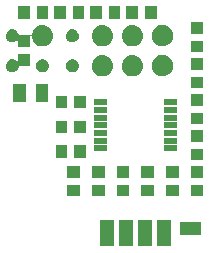
<source format=gts>
%TF.GenerationSoftware,KiCad,Pcbnew,(5.1.2-1)-1*%
%TF.CreationDate,2020-12-17T17:00:40+01:00*%
%TF.ProjectId,n64_rgb_amp,6e36345f-7267-4625-9f61-6d702e6b6963,1.1*%
%TF.SameCoordinates,Original*%
%TF.FileFunction,Soldermask,Top*%
%TF.FilePolarity,Negative*%
%FSLAX46Y46*%
G04 Gerber Fmt 4.6, Leading zero omitted, Abs format (unit mm)*
G04 Created by KiCad (PCBNEW (5.1.2-1)-1) date 2020-12-17 17:00:40*
%MOMM*%
%LPD*%
G04 APERTURE LIST*
%ADD10C,0.150000*%
G04 APERTURE END LIST*
D10*
G36*
X154400800Y-115595800D02*
G01*
X153249200Y-115595800D01*
X153249200Y-113394200D01*
X154400800Y-113394200D01*
X154400800Y-115595800D01*
X154400800Y-115595800D01*
G37*
G36*
X152800800Y-115595800D02*
G01*
X151649200Y-115595800D01*
X151649200Y-113394200D01*
X152800800Y-113394200D01*
X152800800Y-115595800D01*
X152800800Y-115595800D01*
G37*
G36*
X151200800Y-115595800D02*
G01*
X150049200Y-115595800D01*
X150049200Y-113394200D01*
X151200800Y-113394200D01*
X151200800Y-115595800D01*
X151200800Y-115595800D01*
G37*
G36*
X149600800Y-115595800D02*
G01*
X148449200Y-115595800D01*
X148449200Y-113394200D01*
X149600800Y-113394200D01*
X149600800Y-115595800D01*
X149600800Y-115595800D01*
G37*
G36*
X156965800Y-114688300D02*
G01*
X155214200Y-114688300D01*
X155214200Y-113586700D01*
X156965800Y-113586700D01*
X156965800Y-114688300D01*
X156965800Y-114688300D01*
G37*
G36*
X150898100Y-111383100D02*
G01*
X149846500Y-111383100D01*
X149846500Y-110406500D01*
X150898100Y-110406500D01*
X150898100Y-111383100D01*
X150898100Y-111383100D01*
G37*
G36*
X152988100Y-111383100D02*
G01*
X151936500Y-111383100D01*
X151936500Y-110406500D01*
X152988100Y-110406500D01*
X152988100Y-111383100D01*
X152988100Y-111383100D01*
G37*
G36*
X148808100Y-111383100D02*
G01*
X147756500Y-111383100D01*
X147756500Y-110406500D01*
X148808100Y-110406500D01*
X148808100Y-111383100D01*
X148808100Y-111383100D01*
G37*
G36*
X146718100Y-111383100D02*
G01*
X145666500Y-111383100D01*
X145666500Y-110406500D01*
X146718100Y-110406500D01*
X146718100Y-111383100D01*
X146718100Y-111383100D01*
G37*
G36*
X157168100Y-111383100D02*
G01*
X156116500Y-111383100D01*
X156116500Y-110406500D01*
X157168100Y-110406500D01*
X157168100Y-111383100D01*
X157168100Y-111383100D01*
G37*
G36*
X155078100Y-111383100D02*
G01*
X154026500Y-111383100D01*
X154026500Y-110406500D01*
X155078100Y-110406500D01*
X155078100Y-111383100D01*
X155078100Y-111383100D01*
G37*
G36*
X155078100Y-109808100D02*
G01*
X154026500Y-109808100D01*
X154026500Y-108831500D01*
X155078100Y-108831500D01*
X155078100Y-109808100D01*
X155078100Y-109808100D01*
G37*
G36*
X152988100Y-109808100D02*
G01*
X151936500Y-109808100D01*
X151936500Y-108831500D01*
X152988100Y-108831500D01*
X152988100Y-109808100D01*
X152988100Y-109808100D01*
G37*
G36*
X150898100Y-109808100D02*
G01*
X149846500Y-109808100D01*
X149846500Y-108831500D01*
X150898100Y-108831500D01*
X150898100Y-109808100D01*
X150898100Y-109808100D01*
G37*
G36*
X148808100Y-109808100D02*
G01*
X147756500Y-109808100D01*
X147756500Y-108831500D01*
X148808100Y-108831500D01*
X148808100Y-109808100D01*
X148808100Y-109808100D01*
G37*
G36*
X146718100Y-109808100D02*
G01*
X145666500Y-109808100D01*
X145666500Y-108831500D01*
X146718100Y-108831500D01*
X146718100Y-109808100D01*
X146718100Y-109808100D01*
G37*
G36*
X157168100Y-109808100D02*
G01*
X156116500Y-109808100D01*
X156116500Y-108831500D01*
X157168100Y-108831500D01*
X157168100Y-109808100D01*
X157168100Y-109808100D01*
G37*
G36*
X157168100Y-108333100D02*
G01*
X156116500Y-108333100D01*
X156116500Y-107356500D01*
X157168100Y-107356500D01*
X157168100Y-108333100D01*
X157168100Y-108333100D01*
G37*
G36*
X147228500Y-108118100D02*
G01*
X146251900Y-108118100D01*
X146251900Y-107066500D01*
X147228500Y-107066500D01*
X147228500Y-108118100D01*
X147228500Y-108118100D01*
G37*
G36*
X145653500Y-108118100D02*
G01*
X144676900Y-108118100D01*
X144676900Y-107066500D01*
X145653500Y-107066500D01*
X145653500Y-108118100D01*
X145653500Y-108118100D01*
G37*
G36*
X149005800Y-107575800D02*
G01*
X147904200Y-107575800D01*
X147904200Y-107074200D01*
X149005800Y-107074200D01*
X149005800Y-107575800D01*
X149005800Y-107575800D01*
G37*
G36*
X154905800Y-107575800D02*
G01*
X153804200Y-107575800D01*
X153804200Y-107074200D01*
X154905800Y-107074200D01*
X154905800Y-107575800D01*
X154905800Y-107575800D01*
G37*
G36*
X149005800Y-106925800D02*
G01*
X147904200Y-106925800D01*
X147904200Y-106424200D01*
X149005800Y-106424200D01*
X149005800Y-106925800D01*
X149005800Y-106925800D01*
G37*
G36*
X154905800Y-106925800D02*
G01*
X153804200Y-106925800D01*
X153804200Y-106424200D01*
X154905800Y-106424200D01*
X154905800Y-106925800D01*
X154905800Y-106925800D01*
G37*
G36*
X157168100Y-106758100D02*
G01*
X156116500Y-106758100D01*
X156116500Y-105781500D01*
X157168100Y-105781500D01*
X157168100Y-106758100D01*
X157168100Y-106758100D01*
G37*
G36*
X149005800Y-106275800D02*
G01*
X147904200Y-106275800D01*
X147904200Y-105774200D01*
X149005800Y-105774200D01*
X149005800Y-106275800D01*
X149005800Y-106275800D01*
G37*
G36*
X154905800Y-106275800D02*
G01*
X153804200Y-106275800D01*
X153804200Y-105774200D01*
X154905800Y-105774200D01*
X154905800Y-106275800D01*
X154905800Y-106275800D01*
G37*
G36*
X145653500Y-106028100D02*
G01*
X144676900Y-106028100D01*
X144676900Y-104976500D01*
X145653500Y-104976500D01*
X145653500Y-106028100D01*
X145653500Y-106028100D01*
G37*
G36*
X147228500Y-106028100D02*
G01*
X146251900Y-106028100D01*
X146251900Y-104976500D01*
X147228500Y-104976500D01*
X147228500Y-106028100D01*
X147228500Y-106028100D01*
G37*
G36*
X149005800Y-105625800D02*
G01*
X147904200Y-105625800D01*
X147904200Y-105124200D01*
X149005800Y-105124200D01*
X149005800Y-105625800D01*
X149005800Y-105625800D01*
G37*
G36*
X154905800Y-105625800D02*
G01*
X153804200Y-105625800D01*
X153804200Y-105124200D01*
X154905800Y-105124200D01*
X154905800Y-105625800D01*
X154905800Y-105625800D01*
G37*
G36*
X157168100Y-105283100D02*
G01*
X156116500Y-105283100D01*
X156116500Y-104306500D01*
X157168100Y-104306500D01*
X157168100Y-105283100D01*
X157168100Y-105283100D01*
G37*
G36*
X149005800Y-104975800D02*
G01*
X147904200Y-104975800D01*
X147904200Y-104474200D01*
X149005800Y-104474200D01*
X149005800Y-104975800D01*
X149005800Y-104975800D01*
G37*
G36*
X154905800Y-104975800D02*
G01*
X153804200Y-104975800D01*
X153804200Y-104474200D01*
X154905800Y-104474200D01*
X154905800Y-104975800D01*
X154905800Y-104975800D01*
G37*
G36*
X149005800Y-104325800D02*
G01*
X147904200Y-104325800D01*
X147904200Y-103824200D01*
X149005800Y-103824200D01*
X149005800Y-104325800D01*
X149005800Y-104325800D01*
G37*
G36*
X154905800Y-104325800D02*
G01*
X153804200Y-104325800D01*
X153804200Y-103824200D01*
X154905800Y-103824200D01*
X154905800Y-104325800D01*
X154905800Y-104325800D01*
G37*
G36*
X145653500Y-103938100D02*
G01*
X144676900Y-103938100D01*
X144676900Y-102886500D01*
X145653500Y-102886500D01*
X145653500Y-103938100D01*
X145653500Y-103938100D01*
G37*
G36*
X147228500Y-103938100D02*
G01*
X146251900Y-103938100D01*
X146251900Y-102886500D01*
X147228500Y-102886500D01*
X147228500Y-103938100D01*
X147228500Y-103938100D01*
G37*
G36*
X157168100Y-103708100D02*
G01*
X156116500Y-103708100D01*
X156116500Y-102731500D01*
X157168100Y-102731500D01*
X157168100Y-103708100D01*
X157168100Y-103708100D01*
G37*
G36*
X154905800Y-103675800D02*
G01*
X153804200Y-103675800D01*
X153804200Y-103174200D01*
X154905800Y-103174200D01*
X154905800Y-103675800D01*
X154905800Y-103675800D01*
G37*
G36*
X149005800Y-103675800D02*
G01*
X147904200Y-103675800D01*
X147904200Y-103174200D01*
X149005800Y-103174200D01*
X149005800Y-103675800D01*
X149005800Y-103675800D01*
G37*
G36*
X144043300Y-103401800D02*
G01*
X142966700Y-103401800D01*
X142966700Y-101900200D01*
X144043300Y-101900200D01*
X144043300Y-103401800D01*
X144043300Y-103401800D01*
G37*
G36*
X142168300Y-103401800D02*
G01*
X141091700Y-103401800D01*
X141091700Y-101900200D01*
X142168300Y-101900200D01*
X142168300Y-103401800D01*
X142168300Y-103401800D01*
G37*
G36*
X157168100Y-102233100D02*
G01*
X156116500Y-102233100D01*
X156116500Y-101256500D01*
X157168100Y-101256500D01*
X157168100Y-102233100D01*
X157168100Y-102233100D01*
G37*
G36*
X153837229Y-99432854D02*
G01*
X153967757Y-99458817D01*
X154131690Y-99526721D01*
X154279222Y-99625299D01*
X154279224Y-99625301D01*
X154279227Y-99625303D01*
X154404697Y-99750773D01*
X154404699Y-99750776D01*
X154404701Y-99750778D01*
X154503279Y-99898310D01*
X154571183Y-100062243D01*
X154588323Y-100148416D01*
X154605800Y-100236279D01*
X154605800Y-100413721D01*
X154601970Y-100432976D01*
X154571183Y-100587757D01*
X154503279Y-100751690D01*
X154404701Y-100899222D01*
X154404699Y-100899224D01*
X154404697Y-100899227D01*
X154279227Y-101024697D01*
X154279224Y-101024699D01*
X154279222Y-101024701D01*
X154131690Y-101123279D01*
X153967757Y-101191183D01*
X153859248Y-101212766D01*
X153793721Y-101225800D01*
X153616279Y-101225800D01*
X153550752Y-101212766D01*
X153442243Y-101191183D01*
X153278310Y-101123279D01*
X153130778Y-101024701D01*
X153130776Y-101024699D01*
X153130773Y-101024697D01*
X153005303Y-100899227D01*
X153005301Y-100899224D01*
X153005299Y-100899222D01*
X152906721Y-100751690D01*
X152838817Y-100587757D01*
X152808030Y-100432976D01*
X152804200Y-100413721D01*
X152804200Y-100236279D01*
X152821677Y-100148416D01*
X152838817Y-100062243D01*
X152906721Y-99898310D01*
X153005299Y-99750778D01*
X153005301Y-99750776D01*
X153005303Y-99750773D01*
X153130773Y-99625303D01*
X153130776Y-99625301D01*
X153130778Y-99625299D01*
X153278310Y-99526721D01*
X153442243Y-99458817D01*
X153572771Y-99432854D01*
X153616279Y-99424200D01*
X153793721Y-99424200D01*
X153837229Y-99432854D01*
X153837229Y-99432854D01*
G37*
G36*
X151341588Y-99437234D02*
G01*
X151511389Y-99488743D01*
X151511391Y-99488744D01*
X151667881Y-99572390D01*
X151805044Y-99684956D01*
X151917610Y-99822119D01*
X151971399Y-99922750D01*
X152001257Y-99978611D01*
X152052766Y-100148412D01*
X152070158Y-100325000D01*
X152052766Y-100501588D01*
X152013058Y-100632486D01*
X152001256Y-100671391D01*
X151917610Y-100827881D01*
X151805044Y-100965044D01*
X151667881Y-101077610D01*
X151667879Y-101077611D01*
X151511389Y-101161257D01*
X151341588Y-101212766D01*
X151209249Y-101225800D01*
X151120751Y-101225800D01*
X150988412Y-101212766D01*
X150818611Y-101161257D01*
X150662121Y-101077611D01*
X150662119Y-101077610D01*
X150524956Y-100965044D01*
X150412390Y-100827881D01*
X150328744Y-100671391D01*
X150316942Y-100632486D01*
X150277234Y-100501588D01*
X150259842Y-100325000D01*
X150277234Y-100148412D01*
X150328743Y-99978611D01*
X150358601Y-99922750D01*
X150412390Y-99822119D01*
X150524956Y-99684956D01*
X150662119Y-99572390D01*
X150818609Y-99488744D01*
X150818611Y-99488743D01*
X150988412Y-99437234D01*
X151120751Y-99424200D01*
X151209249Y-99424200D01*
X151341588Y-99437234D01*
X151341588Y-99437234D01*
G37*
G36*
X148801588Y-99437234D02*
G01*
X148971389Y-99488743D01*
X148971391Y-99488744D01*
X149127881Y-99572390D01*
X149265044Y-99684956D01*
X149377610Y-99822119D01*
X149431399Y-99922750D01*
X149461257Y-99978611D01*
X149512766Y-100148412D01*
X149530158Y-100325000D01*
X149512766Y-100501588D01*
X149473058Y-100632486D01*
X149461256Y-100671391D01*
X149377610Y-100827881D01*
X149265044Y-100965044D01*
X149127881Y-101077610D01*
X149127879Y-101077611D01*
X148971389Y-101161257D01*
X148801588Y-101212766D01*
X148669249Y-101225800D01*
X148580751Y-101225800D01*
X148448412Y-101212766D01*
X148278611Y-101161257D01*
X148122121Y-101077611D01*
X148122119Y-101077610D01*
X147984956Y-100965044D01*
X147872390Y-100827881D01*
X147788744Y-100671391D01*
X147776942Y-100632486D01*
X147737234Y-100501588D01*
X147719842Y-100325000D01*
X147737234Y-100148412D01*
X147788743Y-99978611D01*
X147818601Y-99922750D01*
X147872390Y-99822119D01*
X147984956Y-99684956D01*
X148122119Y-99572390D01*
X148278609Y-99488744D01*
X148278611Y-99488743D01*
X148448412Y-99437234D01*
X148580751Y-99424200D01*
X148669249Y-99424200D01*
X148801588Y-99437234D01*
X148801588Y-99437234D01*
G37*
G36*
X142523100Y-100318100D02*
G01*
X141619299Y-100318100D01*
X141606911Y-100319320D01*
X141594999Y-100322934D01*
X141584021Y-100328802D01*
X141574398Y-100336698D01*
X141566502Y-100346321D01*
X141560634Y-100357299D01*
X141557020Y-100369211D01*
X141556259Y-100376943D01*
X141534633Y-100485664D01*
X141513451Y-100536802D01*
X141493113Y-100585902D01*
X141432834Y-100676114D01*
X141356114Y-100752834D01*
X141265902Y-100813113D01*
X141243193Y-100822519D01*
X141165664Y-100854633D01*
X141099317Y-100867830D01*
X141059249Y-100875800D01*
X140950751Y-100875800D01*
X140910683Y-100867830D01*
X140844336Y-100854633D01*
X140766807Y-100822519D01*
X140744098Y-100813113D01*
X140653886Y-100752834D01*
X140577166Y-100676114D01*
X140516887Y-100585902D01*
X140496549Y-100536802D01*
X140475367Y-100485664D01*
X140454200Y-100379248D01*
X140454200Y-100270752D01*
X140475367Y-100164336D01*
X140516886Y-100064101D01*
X140516887Y-100064098D01*
X140577166Y-99973886D01*
X140653886Y-99897166D01*
X140744098Y-99836887D01*
X140779747Y-99822121D01*
X140844336Y-99795367D01*
X140915280Y-99781256D01*
X140950751Y-99774200D01*
X141059249Y-99774200D01*
X141094720Y-99781256D01*
X141165664Y-99795367D01*
X141230253Y-99822121D01*
X141265902Y-99836887D01*
X141307692Y-99864811D01*
X141356113Y-99897165D01*
X141363100Y-99904152D01*
X141372723Y-99912048D01*
X141383701Y-99917916D01*
X141395613Y-99921530D01*
X141408001Y-99922750D01*
X141420389Y-99921530D01*
X141432301Y-99917916D01*
X141443279Y-99912048D01*
X141452902Y-99904152D01*
X141460798Y-99894529D01*
X141466666Y-99883551D01*
X141470280Y-99871639D01*
X141471500Y-99859251D01*
X141471500Y-99341500D01*
X142523100Y-99341500D01*
X142523100Y-100318100D01*
X142523100Y-100318100D01*
G37*
G36*
X146132287Y-99776193D02*
G01*
X146192976Y-99782170D01*
X146296802Y-99813665D01*
X146392489Y-99864811D01*
X146476359Y-99933641D01*
X146545189Y-100017511D01*
X146596335Y-100113198D01*
X146627830Y-100217024D01*
X146638465Y-100325000D01*
X146627830Y-100432976D01*
X146596335Y-100536802D01*
X146545189Y-100632489D01*
X146476359Y-100716359D01*
X146392489Y-100785189D01*
X146296802Y-100836335D01*
X146192976Y-100867830D01*
X146132287Y-100873807D01*
X146112058Y-100875800D01*
X146057942Y-100875800D01*
X146037713Y-100873807D01*
X145977024Y-100867830D01*
X145873198Y-100836335D01*
X145777511Y-100785189D01*
X145693641Y-100716359D01*
X145624811Y-100632489D01*
X145573665Y-100536802D01*
X145542170Y-100432976D01*
X145531535Y-100325000D01*
X145542170Y-100217024D01*
X145573665Y-100113198D01*
X145624811Y-100017511D01*
X145693641Y-99933641D01*
X145777511Y-99864811D01*
X145873198Y-99813665D01*
X145977024Y-99782170D01*
X146037713Y-99776193D01*
X146057942Y-99774200D01*
X146112058Y-99774200D01*
X146132287Y-99776193D01*
X146132287Y-99776193D01*
G37*
G36*
X143592287Y-99776193D02*
G01*
X143652976Y-99782170D01*
X143756802Y-99813665D01*
X143852489Y-99864811D01*
X143936359Y-99933641D01*
X144005189Y-100017511D01*
X144056335Y-100113198D01*
X144087830Y-100217024D01*
X144098465Y-100325000D01*
X144087830Y-100432976D01*
X144056335Y-100536802D01*
X144005189Y-100632489D01*
X143936359Y-100716359D01*
X143852489Y-100785189D01*
X143756802Y-100836335D01*
X143652976Y-100867830D01*
X143592287Y-100873807D01*
X143572058Y-100875800D01*
X143517942Y-100875800D01*
X143497713Y-100873807D01*
X143437024Y-100867830D01*
X143333198Y-100836335D01*
X143237511Y-100785189D01*
X143153641Y-100716359D01*
X143084811Y-100632489D01*
X143033665Y-100536802D01*
X143002170Y-100432976D01*
X142991535Y-100325000D01*
X143002170Y-100217024D01*
X143033665Y-100113198D01*
X143084811Y-100017511D01*
X143153641Y-99933641D01*
X143237511Y-99864811D01*
X143333198Y-99813665D01*
X143437024Y-99782170D01*
X143497713Y-99776193D01*
X143517942Y-99774200D01*
X143572058Y-99774200D01*
X143592287Y-99776193D01*
X143592287Y-99776193D01*
G37*
G36*
X157168100Y-100658100D02*
G01*
X156116500Y-100658100D01*
X156116500Y-99681500D01*
X157168100Y-99681500D01*
X157168100Y-100658100D01*
X157168100Y-100658100D01*
G37*
G36*
X157168100Y-99183100D02*
G01*
X156116500Y-99183100D01*
X156116500Y-98206500D01*
X157168100Y-98206500D01*
X157168100Y-99183100D01*
X157168100Y-99183100D01*
G37*
G36*
X143721588Y-96897234D02*
G01*
X143891389Y-96948743D01*
X143891391Y-96948744D01*
X144047881Y-97032390D01*
X144185044Y-97144956D01*
X144297610Y-97282119D01*
X144297611Y-97282121D01*
X144381257Y-97438611D01*
X144432766Y-97608412D01*
X144450158Y-97785000D01*
X144432766Y-97961588D01*
X144381257Y-98131389D01*
X144381256Y-98131391D01*
X144297610Y-98287881D01*
X144185044Y-98425044D01*
X144047881Y-98537610D01*
X144047879Y-98537611D01*
X143891389Y-98621257D01*
X143721588Y-98672766D01*
X143589249Y-98685800D01*
X143500751Y-98685800D01*
X143368412Y-98672766D01*
X143198611Y-98621257D01*
X143042121Y-98537611D01*
X143042119Y-98537610D01*
X142904956Y-98425044D01*
X142792390Y-98287881D01*
X142708744Y-98131391D01*
X142708743Y-98131389D01*
X142657234Y-97961588D01*
X142649792Y-97886026D01*
X142647364Y-97873817D01*
X142642600Y-97862317D01*
X142635684Y-97851967D01*
X142626882Y-97843165D01*
X142616532Y-97836249D01*
X142605032Y-97831485D01*
X142592823Y-97829057D01*
X142580375Y-97829057D01*
X142568166Y-97831485D01*
X142556666Y-97836249D01*
X142546316Y-97843165D01*
X142537514Y-97851967D01*
X142530598Y-97862317D01*
X142525834Y-97873817D01*
X142523406Y-97886026D01*
X142523100Y-97892250D01*
X142523100Y-98743100D01*
X141471500Y-98743100D01*
X141471500Y-98250749D01*
X141470280Y-98238361D01*
X141466666Y-98226449D01*
X141460798Y-98215471D01*
X141452902Y-98205848D01*
X141443279Y-98197952D01*
X141432301Y-98192084D01*
X141420389Y-98188470D01*
X141408001Y-98187250D01*
X141395613Y-98188470D01*
X141383701Y-98192084D01*
X141372723Y-98197952D01*
X141363100Y-98205848D01*
X141356114Y-98212834D01*
X141265902Y-98273113D01*
X141243193Y-98282519D01*
X141165664Y-98314633D01*
X141094720Y-98328744D01*
X141059249Y-98335800D01*
X140950751Y-98335800D01*
X140915280Y-98328744D01*
X140844336Y-98314633D01*
X140766807Y-98282519D01*
X140744098Y-98273113D01*
X140653886Y-98212834D01*
X140577166Y-98136114D01*
X140516887Y-98045902D01*
X140507481Y-98023193D01*
X140475367Y-97945664D01*
X140454200Y-97839248D01*
X140454200Y-97730752D01*
X140475367Y-97624336D01*
X140516886Y-97524101D01*
X140516887Y-97524098D01*
X140577166Y-97433886D01*
X140653886Y-97357166D01*
X140744098Y-97296887D01*
X140779747Y-97282121D01*
X140844336Y-97255367D01*
X140915280Y-97241256D01*
X140950751Y-97234200D01*
X141059249Y-97234200D01*
X141094720Y-97241256D01*
X141165664Y-97255367D01*
X141230253Y-97282121D01*
X141265902Y-97296887D01*
X141356114Y-97357166D01*
X141432834Y-97433886D01*
X141493113Y-97524098D01*
X141493114Y-97524101D01*
X141534633Y-97624336D01*
X141552744Y-97715389D01*
X141556358Y-97727301D01*
X141562225Y-97738279D01*
X141570122Y-97747901D01*
X141579745Y-97755798D01*
X141590723Y-97761666D01*
X141602635Y-97765280D01*
X141615023Y-97766500D01*
X142584112Y-97766500D01*
X142596500Y-97765280D01*
X142608412Y-97761666D01*
X142619390Y-97755798D01*
X142629013Y-97747902D01*
X142636909Y-97738279D01*
X142642777Y-97727301D01*
X142646391Y-97715389D01*
X142647305Y-97709225D01*
X142648580Y-97696279D01*
X142657234Y-97608412D01*
X142708743Y-97438611D01*
X142792389Y-97282121D01*
X142792390Y-97282119D01*
X142904956Y-97144956D01*
X143042119Y-97032390D01*
X143198609Y-96948744D01*
X143198611Y-96948743D01*
X143368412Y-96897234D01*
X143500751Y-96884200D01*
X143589249Y-96884200D01*
X143721588Y-96897234D01*
X143721588Y-96897234D01*
G37*
G36*
X153837229Y-96892854D02*
G01*
X153967757Y-96918817D01*
X154131690Y-96986721D01*
X154279222Y-97085299D01*
X154279224Y-97085301D01*
X154279227Y-97085303D01*
X154404697Y-97210773D01*
X154404699Y-97210776D01*
X154404701Y-97210778D01*
X154503279Y-97358310D01*
X154571183Y-97522243D01*
X154605800Y-97696280D01*
X154605800Y-97873720D01*
X154571183Y-98047757D01*
X154503279Y-98211690D01*
X154404701Y-98359222D01*
X154404699Y-98359224D01*
X154404697Y-98359227D01*
X154279227Y-98484697D01*
X154279224Y-98484699D01*
X154279222Y-98484701D01*
X154131690Y-98583279D01*
X153967757Y-98651183D01*
X153859248Y-98672766D01*
X153793721Y-98685800D01*
X153616279Y-98685800D01*
X153550752Y-98672766D01*
X153442243Y-98651183D01*
X153278310Y-98583279D01*
X153130778Y-98484701D01*
X153130776Y-98484699D01*
X153130773Y-98484697D01*
X153005303Y-98359227D01*
X153005301Y-98359224D01*
X153005299Y-98359222D01*
X152906721Y-98211690D01*
X152838817Y-98047757D01*
X152804200Y-97873720D01*
X152804200Y-97696280D01*
X152838817Y-97522243D01*
X152906721Y-97358310D01*
X153005299Y-97210778D01*
X153005301Y-97210776D01*
X153005303Y-97210773D01*
X153130773Y-97085303D01*
X153130776Y-97085301D01*
X153130778Y-97085299D01*
X153278310Y-96986721D01*
X153442243Y-96918817D01*
X153572771Y-96892854D01*
X153616279Y-96884200D01*
X153793721Y-96884200D01*
X153837229Y-96892854D01*
X153837229Y-96892854D01*
G37*
G36*
X151341588Y-96897234D02*
G01*
X151511389Y-96948743D01*
X151511391Y-96948744D01*
X151667881Y-97032390D01*
X151805044Y-97144956D01*
X151917610Y-97282119D01*
X151917611Y-97282121D01*
X152001257Y-97438611D01*
X152052766Y-97608412D01*
X152070158Y-97785000D01*
X152052766Y-97961588D01*
X152001257Y-98131389D01*
X152001256Y-98131391D01*
X151917610Y-98287881D01*
X151805044Y-98425044D01*
X151667881Y-98537610D01*
X151667879Y-98537611D01*
X151511389Y-98621257D01*
X151341588Y-98672766D01*
X151209249Y-98685800D01*
X151120751Y-98685800D01*
X150988412Y-98672766D01*
X150818611Y-98621257D01*
X150662121Y-98537611D01*
X150662119Y-98537610D01*
X150524956Y-98425044D01*
X150412390Y-98287881D01*
X150328744Y-98131391D01*
X150328743Y-98131389D01*
X150277234Y-97961588D01*
X150259842Y-97785000D01*
X150277234Y-97608412D01*
X150328743Y-97438611D01*
X150412389Y-97282121D01*
X150412390Y-97282119D01*
X150524956Y-97144956D01*
X150662119Y-97032390D01*
X150818609Y-96948744D01*
X150818611Y-96948743D01*
X150988412Y-96897234D01*
X151120751Y-96884200D01*
X151209249Y-96884200D01*
X151341588Y-96897234D01*
X151341588Y-96897234D01*
G37*
G36*
X148801588Y-96897234D02*
G01*
X148971389Y-96948743D01*
X148971391Y-96948744D01*
X149127881Y-97032390D01*
X149265044Y-97144956D01*
X149377610Y-97282119D01*
X149377611Y-97282121D01*
X149461257Y-97438611D01*
X149512766Y-97608412D01*
X149530158Y-97785000D01*
X149512766Y-97961588D01*
X149461257Y-98131389D01*
X149461256Y-98131391D01*
X149377610Y-98287881D01*
X149265044Y-98425044D01*
X149127881Y-98537610D01*
X149127879Y-98537611D01*
X148971389Y-98621257D01*
X148801588Y-98672766D01*
X148669249Y-98685800D01*
X148580751Y-98685800D01*
X148448412Y-98672766D01*
X148278611Y-98621257D01*
X148122121Y-98537611D01*
X148122119Y-98537610D01*
X147984956Y-98425044D01*
X147872390Y-98287881D01*
X147788744Y-98131391D01*
X147788743Y-98131389D01*
X147737234Y-97961588D01*
X147719842Y-97785000D01*
X147737234Y-97608412D01*
X147788743Y-97438611D01*
X147872389Y-97282121D01*
X147872390Y-97282119D01*
X147984956Y-97144956D01*
X148122119Y-97032390D01*
X148278609Y-96948744D01*
X148278611Y-96948743D01*
X148448412Y-96897234D01*
X148580751Y-96884200D01*
X148669249Y-96884200D01*
X148801588Y-96897234D01*
X148801588Y-96897234D01*
G37*
G36*
X146174720Y-97241256D02*
G01*
X146245664Y-97255367D01*
X146310253Y-97282121D01*
X146345902Y-97296887D01*
X146436114Y-97357166D01*
X146512834Y-97433886D01*
X146573113Y-97524098D01*
X146573114Y-97524101D01*
X146614633Y-97624336D01*
X146635800Y-97730752D01*
X146635800Y-97839248D01*
X146614633Y-97945664D01*
X146582519Y-98023193D01*
X146573113Y-98045902D01*
X146512834Y-98136114D01*
X146436114Y-98212834D01*
X146345902Y-98273113D01*
X146323193Y-98282519D01*
X146245664Y-98314633D01*
X146174720Y-98328744D01*
X146139249Y-98335800D01*
X146030751Y-98335800D01*
X145995280Y-98328744D01*
X145924336Y-98314633D01*
X145846807Y-98282519D01*
X145824098Y-98273113D01*
X145733886Y-98212834D01*
X145657166Y-98136114D01*
X145596887Y-98045902D01*
X145587481Y-98023193D01*
X145555367Y-97945664D01*
X145534200Y-97839248D01*
X145534200Y-97730752D01*
X145555367Y-97624336D01*
X145596886Y-97524101D01*
X145596887Y-97524098D01*
X145657166Y-97433886D01*
X145733886Y-97357166D01*
X145824098Y-97296887D01*
X145859747Y-97282121D01*
X145924336Y-97255367D01*
X145995280Y-97241256D01*
X146030751Y-97234200D01*
X146139249Y-97234200D01*
X146174720Y-97241256D01*
X146174720Y-97241256D01*
G37*
G36*
X157168100Y-97608100D02*
G01*
X156116500Y-97608100D01*
X156116500Y-96631500D01*
X157168100Y-96631500D01*
X157168100Y-97608100D01*
X157168100Y-97608100D01*
G37*
G36*
X142483500Y-96348100D02*
G01*
X141506900Y-96348100D01*
X141506900Y-95296500D01*
X142483500Y-95296500D01*
X142483500Y-96348100D01*
X142483500Y-96348100D01*
G37*
G36*
X153208500Y-96348100D02*
G01*
X152231900Y-96348100D01*
X152231900Y-95296500D01*
X153208500Y-95296500D01*
X153208500Y-96348100D01*
X153208500Y-96348100D01*
G37*
G36*
X151633500Y-96348100D02*
G01*
X150656900Y-96348100D01*
X150656900Y-95296500D01*
X151633500Y-95296500D01*
X151633500Y-96348100D01*
X151633500Y-96348100D01*
G37*
G36*
X150158500Y-96348100D02*
G01*
X149181900Y-96348100D01*
X149181900Y-95296500D01*
X150158500Y-95296500D01*
X150158500Y-96348100D01*
X150158500Y-96348100D01*
G37*
G36*
X148583500Y-96348100D02*
G01*
X147606900Y-96348100D01*
X147606900Y-95296500D01*
X148583500Y-95296500D01*
X148583500Y-96348100D01*
X148583500Y-96348100D01*
G37*
G36*
X147108500Y-96348100D02*
G01*
X146131900Y-96348100D01*
X146131900Y-95296500D01*
X147108500Y-95296500D01*
X147108500Y-96348100D01*
X147108500Y-96348100D01*
G37*
G36*
X145533500Y-96348100D02*
G01*
X144556900Y-96348100D01*
X144556900Y-95296500D01*
X145533500Y-95296500D01*
X145533500Y-96348100D01*
X145533500Y-96348100D01*
G37*
G36*
X144058500Y-96348100D02*
G01*
X143081900Y-96348100D01*
X143081900Y-95296500D01*
X144058500Y-95296500D01*
X144058500Y-96348100D01*
X144058500Y-96348100D01*
G37*
M02*

</source>
